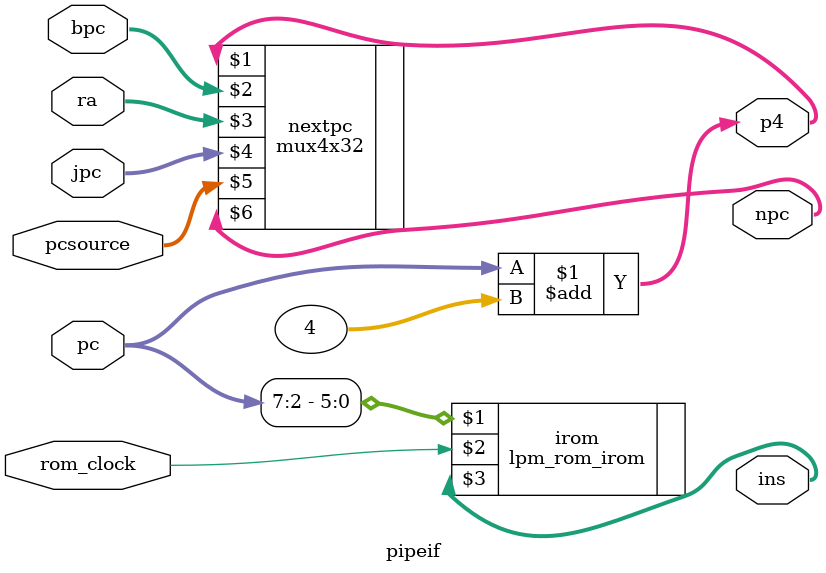
<source format=v>
module pipeif (pcsource,pc,bpc,ra,jpc,npc,p4,ins,rom_clock);
	input [1:0] pcsource;
	input [31:0] pc,bpc,ra,jpc;
	input rom_clock;
	output [31:0] npc,ins,p4;
	
	assign p4 = pc + 32'h4;
   mux4x32 nextpc(p4,bpc,ra,jpc,pcsource,npc);

   lpm_rom_irom  irom(pc[7:2],rom_clock,ins); 

endmodule
</source>
